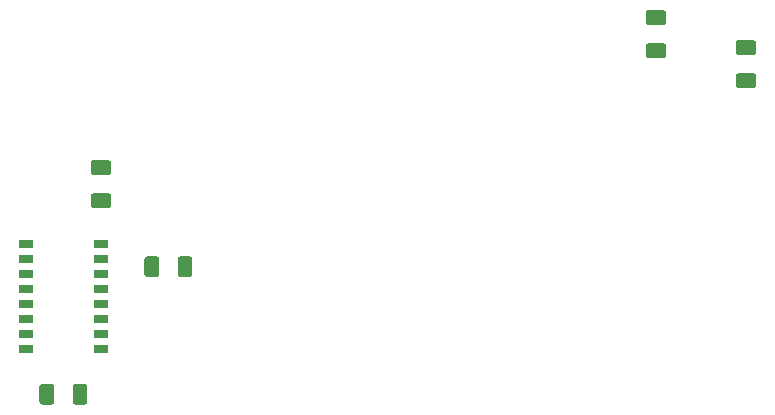
<source format=gbr>
G04 #@! TF.GenerationSoftware,KiCad,Pcbnew,5.0.2-bee76a0~70~ubuntu16.04.1*
G04 #@! TF.CreationDate,2019-06-09T21:59:07+02:00*
G04 #@! TF.ProjectId,VIAxe,56494178-652e-46b6-9963-61645f706362,rev?*
G04 #@! TF.SameCoordinates,Original*
G04 #@! TF.FileFunction,Paste,Top*
G04 #@! TF.FilePolarity,Positive*
%FSLAX46Y46*%
G04 Gerber Fmt 4.6, Leading zero omitted, Abs format (unit mm)*
G04 Created by KiCad (PCBNEW 5.0.2-bee76a0~70~ubuntu16.04.1) date nie, 9 cze 2019, 21:59:07*
%MOMM*%
%LPD*%
G01*
G04 APERTURE LIST*
%ADD10C,0.100000*%
%ADD11C,1.250000*%
%ADD12R,1.300000X0.800000*%
G04 APERTURE END LIST*
D10*
G04 #@! TO.C,C1*
G36*
X95899504Y-67451204D02*
X95923773Y-67454804D01*
X95947571Y-67460765D01*
X95970671Y-67469030D01*
X95992849Y-67479520D01*
X96013893Y-67492133D01*
X96033598Y-67506747D01*
X96051777Y-67523223D01*
X96068253Y-67541402D01*
X96082867Y-67561107D01*
X96095480Y-67582151D01*
X96105970Y-67604329D01*
X96114235Y-67627429D01*
X96120196Y-67651227D01*
X96123796Y-67675496D01*
X96125000Y-67700000D01*
X96125000Y-68450000D01*
X96123796Y-68474504D01*
X96120196Y-68498773D01*
X96114235Y-68522571D01*
X96105970Y-68545671D01*
X96095480Y-68567849D01*
X96082867Y-68588893D01*
X96068253Y-68608598D01*
X96051777Y-68626777D01*
X96033598Y-68643253D01*
X96013893Y-68657867D01*
X95992849Y-68670480D01*
X95970671Y-68680970D01*
X95947571Y-68689235D01*
X95923773Y-68695196D01*
X95899504Y-68698796D01*
X95875000Y-68700000D01*
X94625000Y-68700000D01*
X94600496Y-68698796D01*
X94576227Y-68695196D01*
X94552429Y-68689235D01*
X94529329Y-68680970D01*
X94507151Y-68670480D01*
X94486107Y-68657867D01*
X94466402Y-68643253D01*
X94448223Y-68626777D01*
X94431747Y-68608598D01*
X94417133Y-68588893D01*
X94404520Y-68567849D01*
X94394030Y-68545671D01*
X94385765Y-68522571D01*
X94379804Y-68498773D01*
X94376204Y-68474504D01*
X94375000Y-68450000D01*
X94375000Y-67700000D01*
X94376204Y-67675496D01*
X94379804Y-67651227D01*
X94385765Y-67627429D01*
X94394030Y-67604329D01*
X94404520Y-67582151D01*
X94417133Y-67561107D01*
X94431747Y-67541402D01*
X94448223Y-67523223D01*
X94466402Y-67506747D01*
X94486107Y-67492133D01*
X94507151Y-67479520D01*
X94529329Y-67469030D01*
X94552429Y-67460765D01*
X94576227Y-67454804D01*
X94600496Y-67451204D01*
X94625000Y-67450000D01*
X95875000Y-67450000D01*
X95899504Y-67451204D01*
X95899504Y-67451204D01*
G37*
D11*
X95250000Y-68075000D03*
D10*
G36*
X95899504Y-64651204D02*
X95923773Y-64654804D01*
X95947571Y-64660765D01*
X95970671Y-64669030D01*
X95992849Y-64679520D01*
X96013893Y-64692133D01*
X96033598Y-64706747D01*
X96051777Y-64723223D01*
X96068253Y-64741402D01*
X96082867Y-64761107D01*
X96095480Y-64782151D01*
X96105970Y-64804329D01*
X96114235Y-64827429D01*
X96120196Y-64851227D01*
X96123796Y-64875496D01*
X96125000Y-64900000D01*
X96125000Y-65650000D01*
X96123796Y-65674504D01*
X96120196Y-65698773D01*
X96114235Y-65722571D01*
X96105970Y-65745671D01*
X96095480Y-65767849D01*
X96082867Y-65788893D01*
X96068253Y-65808598D01*
X96051777Y-65826777D01*
X96033598Y-65843253D01*
X96013893Y-65857867D01*
X95992849Y-65870480D01*
X95970671Y-65880970D01*
X95947571Y-65889235D01*
X95923773Y-65895196D01*
X95899504Y-65898796D01*
X95875000Y-65900000D01*
X94625000Y-65900000D01*
X94600496Y-65898796D01*
X94576227Y-65895196D01*
X94552429Y-65889235D01*
X94529329Y-65880970D01*
X94507151Y-65870480D01*
X94486107Y-65857867D01*
X94466402Y-65843253D01*
X94448223Y-65826777D01*
X94431747Y-65808598D01*
X94417133Y-65788893D01*
X94404520Y-65767849D01*
X94394030Y-65745671D01*
X94385765Y-65722571D01*
X94379804Y-65698773D01*
X94376204Y-65674504D01*
X94375000Y-65650000D01*
X94375000Y-64900000D01*
X94376204Y-64875496D01*
X94379804Y-64851227D01*
X94385765Y-64827429D01*
X94394030Y-64804329D01*
X94404520Y-64782151D01*
X94417133Y-64761107D01*
X94431747Y-64741402D01*
X94448223Y-64723223D01*
X94466402Y-64706747D01*
X94486107Y-64692133D01*
X94507151Y-64679520D01*
X94529329Y-64669030D01*
X94552429Y-64660765D01*
X94576227Y-64654804D01*
X94600496Y-64651204D01*
X94625000Y-64650000D01*
X95875000Y-64650000D01*
X95899504Y-64651204D01*
X95899504Y-64651204D01*
G37*
D11*
X95250000Y-65275000D03*
G04 #@! TD*
D10*
G04 #@! TO.C,C2*
G36*
X36464504Y-93741204D02*
X36488773Y-93744804D01*
X36512571Y-93750765D01*
X36535671Y-93759030D01*
X36557849Y-93769520D01*
X36578893Y-93782133D01*
X36598598Y-93796747D01*
X36616777Y-93813223D01*
X36633253Y-93831402D01*
X36647867Y-93851107D01*
X36660480Y-93872151D01*
X36670970Y-93894329D01*
X36679235Y-93917429D01*
X36685196Y-93941227D01*
X36688796Y-93965496D01*
X36690000Y-93990000D01*
X36690000Y-95240000D01*
X36688796Y-95264504D01*
X36685196Y-95288773D01*
X36679235Y-95312571D01*
X36670970Y-95335671D01*
X36660480Y-95357849D01*
X36647867Y-95378893D01*
X36633253Y-95398598D01*
X36616777Y-95416777D01*
X36598598Y-95433253D01*
X36578893Y-95447867D01*
X36557849Y-95460480D01*
X36535671Y-95470970D01*
X36512571Y-95479235D01*
X36488773Y-95485196D01*
X36464504Y-95488796D01*
X36440000Y-95490000D01*
X35690000Y-95490000D01*
X35665496Y-95488796D01*
X35641227Y-95485196D01*
X35617429Y-95479235D01*
X35594329Y-95470970D01*
X35572151Y-95460480D01*
X35551107Y-95447867D01*
X35531402Y-95433253D01*
X35513223Y-95416777D01*
X35496747Y-95398598D01*
X35482133Y-95378893D01*
X35469520Y-95357849D01*
X35459030Y-95335671D01*
X35450765Y-95312571D01*
X35444804Y-95288773D01*
X35441204Y-95264504D01*
X35440000Y-95240000D01*
X35440000Y-93990000D01*
X35441204Y-93965496D01*
X35444804Y-93941227D01*
X35450765Y-93917429D01*
X35459030Y-93894329D01*
X35469520Y-93872151D01*
X35482133Y-93851107D01*
X35496747Y-93831402D01*
X35513223Y-93813223D01*
X35531402Y-93796747D01*
X35551107Y-93782133D01*
X35572151Y-93769520D01*
X35594329Y-93759030D01*
X35617429Y-93750765D01*
X35641227Y-93744804D01*
X35665496Y-93741204D01*
X35690000Y-93740000D01*
X36440000Y-93740000D01*
X36464504Y-93741204D01*
X36464504Y-93741204D01*
G37*
D11*
X36065000Y-94615000D03*
D10*
G36*
X39264504Y-93741204D02*
X39288773Y-93744804D01*
X39312571Y-93750765D01*
X39335671Y-93759030D01*
X39357849Y-93769520D01*
X39378893Y-93782133D01*
X39398598Y-93796747D01*
X39416777Y-93813223D01*
X39433253Y-93831402D01*
X39447867Y-93851107D01*
X39460480Y-93872151D01*
X39470970Y-93894329D01*
X39479235Y-93917429D01*
X39485196Y-93941227D01*
X39488796Y-93965496D01*
X39490000Y-93990000D01*
X39490000Y-95240000D01*
X39488796Y-95264504D01*
X39485196Y-95288773D01*
X39479235Y-95312571D01*
X39470970Y-95335671D01*
X39460480Y-95357849D01*
X39447867Y-95378893D01*
X39433253Y-95398598D01*
X39416777Y-95416777D01*
X39398598Y-95433253D01*
X39378893Y-95447867D01*
X39357849Y-95460480D01*
X39335671Y-95470970D01*
X39312571Y-95479235D01*
X39288773Y-95485196D01*
X39264504Y-95488796D01*
X39240000Y-95490000D01*
X38490000Y-95490000D01*
X38465496Y-95488796D01*
X38441227Y-95485196D01*
X38417429Y-95479235D01*
X38394329Y-95470970D01*
X38372151Y-95460480D01*
X38351107Y-95447867D01*
X38331402Y-95433253D01*
X38313223Y-95416777D01*
X38296747Y-95398598D01*
X38282133Y-95378893D01*
X38269520Y-95357849D01*
X38259030Y-95335671D01*
X38250765Y-95312571D01*
X38244804Y-95288773D01*
X38241204Y-95264504D01*
X38240000Y-95240000D01*
X38240000Y-93990000D01*
X38241204Y-93965496D01*
X38244804Y-93941227D01*
X38250765Y-93917429D01*
X38259030Y-93894329D01*
X38269520Y-93872151D01*
X38282133Y-93851107D01*
X38296747Y-93831402D01*
X38313223Y-93813223D01*
X38331402Y-93796747D01*
X38351107Y-93782133D01*
X38372151Y-93769520D01*
X38394329Y-93759030D01*
X38417429Y-93750765D01*
X38441227Y-93744804D01*
X38465496Y-93741204D01*
X38490000Y-93740000D01*
X39240000Y-93740000D01*
X39264504Y-93741204D01*
X39264504Y-93741204D01*
G37*
D11*
X38865000Y-94615000D03*
G04 #@! TD*
D10*
G04 #@! TO.C,C3*
G36*
X45354504Y-82946204D02*
X45378773Y-82949804D01*
X45402571Y-82955765D01*
X45425671Y-82964030D01*
X45447849Y-82974520D01*
X45468893Y-82987133D01*
X45488598Y-83001747D01*
X45506777Y-83018223D01*
X45523253Y-83036402D01*
X45537867Y-83056107D01*
X45550480Y-83077151D01*
X45560970Y-83099329D01*
X45569235Y-83122429D01*
X45575196Y-83146227D01*
X45578796Y-83170496D01*
X45580000Y-83195000D01*
X45580000Y-84445000D01*
X45578796Y-84469504D01*
X45575196Y-84493773D01*
X45569235Y-84517571D01*
X45560970Y-84540671D01*
X45550480Y-84562849D01*
X45537867Y-84583893D01*
X45523253Y-84603598D01*
X45506777Y-84621777D01*
X45488598Y-84638253D01*
X45468893Y-84652867D01*
X45447849Y-84665480D01*
X45425671Y-84675970D01*
X45402571Y-84684235D01*
X45378773Y-84690196D01*
X45354504Y-84693796D01*
X45330000Y-84695000D01*
X44580000Y-84695000D01*
X44555496Y-84693796D01*
X44531227Y-84690196D01*
X44507429Y-84684235D01*
X44484329Y-84675970D01*
X44462151Y-84665480D01*
X44441107Y-84652867D01*
X44421402Y-84638253D01*
X44403223Y-84621777D01*
X44386747Y-84603598D01*
X44372133Y-84583893D01*
X44359520Y-84562849D01*
X44349030Y-84540671D01*
X44340765Y-84517571D01*
X44334804Y-84493773D01*
X44331204Y-84469504D01*
X44330000Y-84445000D01*
X44330000Y-83195000D01*
X44331204Y-83170496D01*
X44334804Y-83146227D01*
X44340765Y-83122429D01*
X44349030Y-83099329D01*
X44359520Y-83077151D01*
X44372133Y-83056107D01*
X44386747Y-83036402D01*
X44403223Y-83018223D01*
X44421402Y-83001747D01*
X44441107Y-82987133D01*
X44462151Y-82974520D01*
X44484329Y-82964030D01*
X44507429Y-82955765D01*
X44531227Y-82949804D01*
X44555496Y-82946204D01*
X44580000Y-82945000D01*
X45330000Y-82945000D01*
X45354504Y-82946204D01*
X45354504Y-82946204D01*
G37*
D11*
X44955000Y-83820000D03*
D10*
G36*
X48154504Y-82946204D02*
X48178773Y-82949804D01*
X48202571Y-82955765D01*
X48225671Y-82964030D01*
X48247849Y-82974520D01*
X48268893Y-82987133D01*
X48288598Y-83001747D01*
X48306777Y-83018223D01*
X48323253Y-83036402D01*
X48337867Y-83056107D01*
X48350480Y-83077151D01*
X48360970Y-83099329D01*
X48369235Y-83122429D01*
X48375196Y-83146227D01*
X48378796Y-83170496D01*
X48380000Y-83195000D01*
X48380000Y-84445000D01*
X48378796Y-84469504D01*
X48375196Y-84493773D01*
X48369235Y-84517571D01*
X48360970Y-84540671D01*
X48350480Y-84562849D01*
X48337867Y-84583893D01*
X48323253Y-84603598D01*
X48306777Y-84621777D01*
X48288598Y-84638253D01*
X48268893Y-84652867D01*
X48247849Y-84665480D01*
X48225671Y-84675970D01*
X48202571Y-84684235D01*
X48178773Y-84690196D01*
X48154504Y-84693796D01*
X48130000Y-84695000D01*
X47380000Y-84695000D01*
X47355496Y-84693796D01*
X47331227Y-84690196D01*
X47307429Y-84684235D01*
X47284329Y-84675970D01*
X47262151Y-84665480D01*
X47241107Y-84652867D01*
X47221402Y-84638253D01*
X47203223Y-84621777D01*
X47186747Y-84603598D01*
X47172133Y-84583893D01*
X47159520Y-84562849D01*
X47149030Y-84540671D01*
X47140765Y-84517571D01*
X47134804Y-84493773D01*
X47131204Y-84469504D01*
X47130000Y-84445000D01*
X47130000Y-83195000D01*
X47131204Y-83170496D01*
X47134804Y-83146227D01*
X47140765Y-83122429D01*
X47149030Y-83099329D01*
X47159520Y-83077151D01*
X47172133Y-83056107D01*
X47186747Y-83036402D01*
X47203223Y-83018223D01*
X47221402Y-83001747D01*
X47241107Y-82987133D01*
X47262151Y-82974520D01*
X47284329Y-82964030D01*
X47307429Y-82955765D01*
X47331227Y-82949804D01*
X47355496Y-82946204D01*
X47380000Y-82945000D01*
X48130000Y-82945000D01*
X48154504Y-82946204D01*
X48154504Y-82946204D01*
G37*
D11*
X47755000Y-83820000D03*
G04 #@! TD*
D10*
G04 #@! TO.C,R1*
G36*
X41289504Y-77611204D02*
X41313773Y-77614804D01*
X41337571Y-77620765D01*
X41360671Y-77629030D01*
X41382849Y-77639520D01*
X41403893Y-77652133D01*
X41423598Y-77666747D01*
X41441777Y-77683223D01*
X41458253Y-77701402D01*
X41472867Y-77721107D01*
X41485480Y-77742151D01*
X41495970Y-77764329D01*
X41504235Y-77787429D01*
X41510196Y-77811227D01*
X41513796Y-77835496D01*
X41515000Y-77860000D01*
X41515000Y-78610000D01*
X41513796Y-78634504D01*
X41510196Y-78658773D01*
X41504235Y-78682571D01*
X41495970Y-78705671D01*
X41485480Y-78727849D01*
X41472867Y-78748893D01*
X41458253Y-78768598D01*
X41441777Y-78786777D01*
X41423598Y-78803253D01*
X41403893Y-78817867D01*
X41382849Y-78830480D01*
X41360671Y-78840970D01*
X41337571Y-78849235D01*
X41313773Y-78855196D01*
X41289504Y-78858796D01*
X41265000Y-78860000D01*
X40015000Y-78860000D01*
X39990496Y-78858796D01*
X39966227Y-78855196D01*
X39942429Y-78849235D01*
X39919329Y-78840970D01*
X39897151Y-78830480D01*
X39876107Y-78817867D01*
X39856402Y-78803253D01*
X39838223Y-78786777D01*
X39821747Y-78768598D01*
X39807133Y-78748893D01*
X39794520Y-78727849D01*
X39784030Y-78705671D01*
X39775765Y-78682571D01*
X39769804Y-78658773D01*
X39766204Y-78634504D01*
X39765000Y-78610000D01*
X39765000Y-77860000D01*
X39766204Y-77835496D01*
X39769804Y-77811227D01*
X39775765Y-77787429D01*
X39784030Y-77764329D01*
X39794520Y-77742151D01*
X39807133Y-77721107D01*
X39821747Y-77701402D01*
X39838223Y-77683223D01*
X39856402Y-77666747D01*
X39876107Y-77652133D01*
X39897151Y-77639520D01*
X39919329Y-77629030D01*
X39942429Y-77620765D01*
X39966227Y-77614804D01*
X39990496Y-77611204D01*
X40015000Y-77610000D01*
X41265000Y-77610000D01*
X41289504Y-77611204D01*
X41289504Y-77611204D01*
G37*
D11*
X40640000Y-78235000D03*
D10*
G36*
X41289504Y-74811204D02*
X41313773Y-74814804D01*
X41337571Y-74820765D01*
X41360671Y-74829030D01*
X41382849Y-74839520D01*
X41403893Y-74852133D01*
X41423598Y-74866747D01*
X41441777Y-74883223D01*
X41458253Y-74901402D01*
X41472867Y-74921107D01*
X41485480Y-74942151D01*
X41495970Y-74964329D01*
X41504235Y-74987429D01*
X41510196Y-75011227D01*
X41513796Y-75035496D01*
X41515000Y-75060000D01*
X41515000Y-75810000D01*
X41513796Y-75834504D01*
X41510196Y-75858773D01*
X41504235Y-75882571D01*
X41495970Y-75905671D01*
X41485480Y-75927849D01*
X41472867Y-75948893D01*
X41458253Y-75968598D01*
X41441777Y-75986777D01*
X41423598Y-76003253D01*
X41403893Y-76017867D01*
X41382849Y-76030480D01*
X41360671Y-76040970D01*
X41337571Y-76049235D01*
X41313773Y-76055196D01*
X41289504Y-76058796D01*
X41265000Y-76060000D01*
X40015000Y-76060000D01*
X39990496Y-76058796D01*
X39966227Y-76055196D01*
X39942429Y-76049235D01*
X39919329Y-76040970D01*
X39897151Y-76030480D01*
X39876107Y-76017867D01*
X39856402Y-76003253D01*
X39838223Y-75986777D01*
X39821747Y-75968598D01*
X39807133Y-75948893D01*
X39794520Y-75927849D01*
X39784030Y-75905671D01*
X39775765Y-75882571D01*
X39769804Y-75858773D01*
X39766204Y-75834504D01*
X39765000Y-75810000D01*
X39765000Y-75060000D01*
X39766204Y-75035496D01*
X39769804Y-75011227D01*
X39775765Y-74987429D01*
X39784030Y-74964329D01*
X39794520Y-74942151D01*
X39807133Y-74921107D01*
X39821747Y-74901402D01*
X39838223Y-74883223D01*
X39856402Y-74866747D01*
X39876107Y-74852133D01*
X39897151Y-74839520D01*
X39919329Y-74829030D01*
X39942429Y-74820765D01*
X39966227Y-74814804D01*
X39990496Y-74811204D01*
X40015000Y-74810000D01*
X41265000Y-74810000D01*
X41289504Y-74811204D01*
X41289504Y-74811204D01*
G37*
D11*
X40640000Y-75435000D03*
G04 #@! TD*
D12*
G04 #@! TO.C,U1*
X34315000Y-81910000D03*
X34315000Y-83190000D03*
X34315000Y-84450000D03*
X34315000Y-85720000D03*
X34315000Y-87000000D03*
X34315000Y-88270000D03*
X34315000Y-89530000D03*
X34315000Y-90810000D03*
X40615000Y-90810000D03*
X40615000Y-89530000D03*
X40615000Y-88270000D03*
X40615000Y-87000000D03*
X40615000Y-85720000D03*
X40615000Y-84450000D03*
X40615000Y-83190000D03*
X40615000Y-81910000D03*
G04 #@! TD*
D10*
G04 #@! TO.C,R2*
G36*
X88279504Y-64911204D02*
X88303773Y-64914804D01*
X88327571Y-64920765D01*
X88350671Y-64929030D01*
X88372849Y-64939520D01*
X88393893Y-64952133D01*
X88413598Y-64966747D01*
X88431777Y-64983223D01*
X88448253Y-65001402D01*
X88462867Y-65021107D01*
X88475480Y-65042151D01*
X88485970Y-65064329D01*
X88494235Y-65087429D01*
X88500196Y-65111227D01*
X88503796Y-65135496D01*
X88505000Y-65160000D01*
X88505000Y-65910000D01*
X88503796Y-65934504D01*
X88500196Y-65958773D01*
X88494235Y-65982571D01*
X88485970Y-66005671D01*
X88475480Y-66027849D01*
X88462867Y-66048893D01*
X88448253Y-66068598D01*
X88431777Y-66086777D01*
X88413598Y-66103253D01*
X88393893Y-66117867D01*
X88372849Y-66130480D01*
X88350671Y-66140970D01*
X88327571Y-66149235D01*
X88303773Y-66155196D01*
X88279504Y-66158796D01*
X88255000Y-66160000D01*
X87005000Y-66160000D01*
X86980496Y-66158796D01*
X86956227Y-66155196D01*
X86932429Y-66149235D01*
X86909329Y-66140970D01*
X86887151Y-66130480D01*
X86866107Y-66117867D01*
X86846402Y-66103253D01*
X86828223Y-66086777D01*
X86811747Y-66068598D01*
X86797133Y-66048893D01*
X86784520Y-66027849D01*
X86774030Y-66005671D01*
X86765765Y-65982571D01*
X86759804Y-65958773D01*
X86756204Y-65934504D01*
X86755000Y-65910000D01*
X86755000Y-65160000D01*
X86756204Y-65135496D01*
X86759804Y-65111227D01*
X86765765Y-65087429D01*
X86774030Y-65064329D01*
X86784520Y-65042151D01*
X86797133Y-65021107D01*
X86811747Y-65001402D01*
X86828223Y-64983223D01*
X86846402Y-64966747D01*
X86866107Y-64952133D01*
X86887151Y-64939520D01*
X86909329Y-64929030D01*
X86932429Y-64920765D01*
X86956227Y-64914804D01*
X86980496Y-64911204D01*
X87005000Y-64910000D01*
X88255000Y-64910000D01*
X88279504Y-64911204D01*
X88279504Y-64911204D01*
G37*
D11*
X87630000Y-65535000D03*
D10*
G36*
X88279504Y-62111204D02*
X88303773Y-62114804D01*
X88327571Y-62120765D01*
X88350671Y-62129030D01*
X88372849Y-62139520D01*
X88393893Y-62152133D01*
X88413598Y-62166747D01*
X88431777Y-62183223D01*
X88448253Y-62201402D01*
X88462867Y-62221107D01*
X88475480Y-62242151D01*
X88485970Y-62264329D01*
X88494235Y-62287429D01*
X88500196Y-62311227D01*
X88503796Y-62335496D01*
X88505000Y-62360000D01*
X88505000Y-63110000D01*
X88503796Y-63134504D01*
X88500196Y-63158773D01*
X88494235Y-63182571D01*
X88485970Y-63205671D01*
X88475480Y-63227849D01*
X88462867Y-63248893D01*
X88448253Y-63268598D01*
X88431777Y-63286777D01*
X88413598Y-63303253D01*
X88393893Y-63317867D01*
X88372849Y-63330480D01*
X88350671Y-63340970D01*
X88327571Y-63349235D01*
X88303773Y-63355196D01*
X88279504Y-63358796D01*
X88255000Y-63360000D01*
X87005000Y-63360000D01*
X86980496Y-63358796D01*
X86956227Y-63355196D01*
X86932429Y-63349235D01*
X86909329Y-63340970D01*
X86887151Y-63330480D01*
X86866107Y-63317867D01*
X86846402Y-63303253D01*
X86828223Y-63286777D01*
X86811747Y-63268598D01*
X86797133Y-63248893D01*
X86784520Y-63227849D01*
X86774030Y-63205671D01*
X86765765Y-63182571D01*
X86759804Y-63158773D01*
X86756204Y-63134504D01*
X86755000Y-63110000D01*
X86755000Y-62360000D01*
X86756204Y-62335496D01*
X86759804Y-62311227D01*
X86765765Y-62287429D01*
X86774030Y-62264329D01*
X86784520Y-62242151D01*
X86797133Y-62221107D01*
X86811747Y-62201402D01*
X86828223Y-62183223D01*
X86846402Y-62166747D01*
X86866107Y-62152133D01*
X86887151Y-62139520D01*
X86909329Y-62129030D01*
X86932429Y-62120765D01*
X86956227Y-62114804D01*
X86980496Y-62111204D01*
X87005000Y-62110000D01*
X88255000Y-62110000D01*
X88279504Y-62111204D01*
X88279504Y-62111204D01*
G37*
D11*
X87630000Y-62735000D03*
G04 #@! TD*
M02*

</source>
